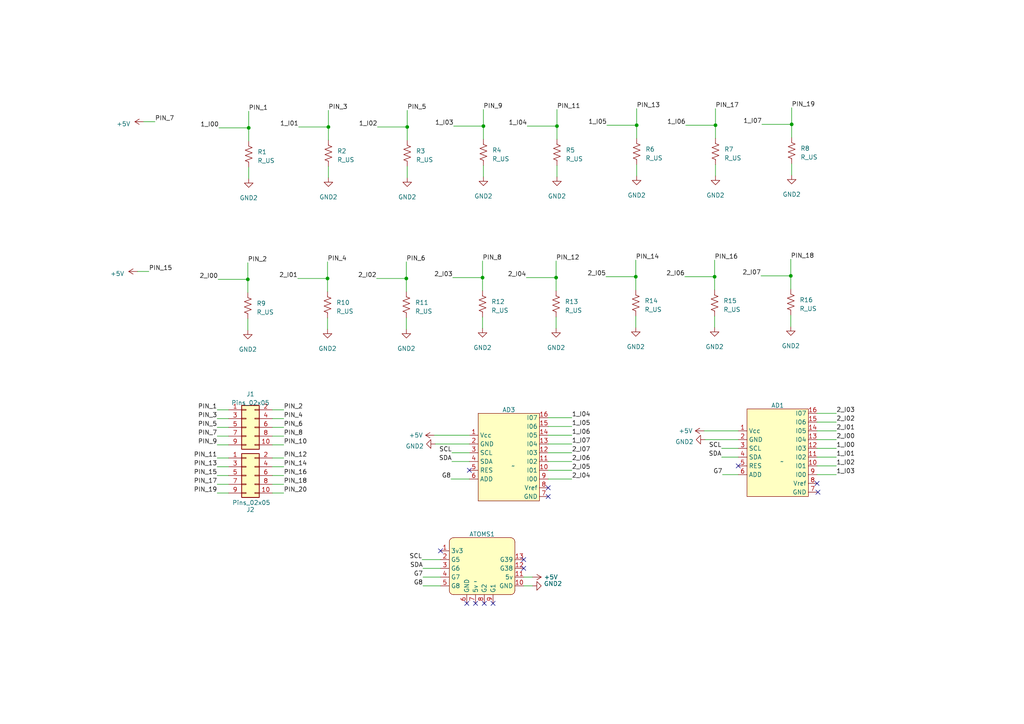
<source format=kicad_sch>
(kicad_sch (version 20230121) (generator eeschema)
  (paper "A4")
  (lib_symbols
    (symbol "ATOM S3:ATOM_S3"
      (property "Reference" "ATOMS3" (at 0 6.35 0))
      (symbol "ATOM_S3_1_1"
        (arc (start -10.16 1.27) (mid -9.788 0.372) (end -8.89 0) (fill (type background)))
        (rectangle (start -10.16 15.24) (end -8.89 1.27) (stroke (width -0.0001)) (fill (type background)))
        (arc (start -8.89 16.51) (mid -9.788 16.138) (end -10.16 15.24) (fill (type background)))
        (rectangle (start -8.89 16.51) (end 7.62 0) (stroke (width -0.0001)) (fill (type background)))
        (polyline (pts (xy -10.16 15.24) (xy -10.16 1.27)) (fill (type background)))
        (polyline (pts (xy -8.89 0) (xy 7.62 0)) (fill (type background)))
        (polyline (pts (xy 7.62 16.51) (xy -8.89 16.51)) (fill (type background)))
        (polyline (pts (xy 8.89 1.27) (xy 8.89 15.24)))
        (arc (start 7.62 0) (mid 8.518 0.372) (end 8.89 1.27) (fill (type background)))
        (rectangle (start 7.62 15.24) (end 8.89 1.27) (stroke (width -0.0001)) (fill (type background)))
        (arc (start 8.89 15.24) (mid 8.518 16.138) (end 7.62 16.51) (fill (type background)))
        (pin input line (at -12.7 12.7 0) (length 2.54) (name "3v3") (number "1"))
        (pin input line (at 11.43 2.54 180) (length 2.54) (name "GND") (number "10"))
        (pin input line (at 11.43 5.08 180) (length 2.54) (name "5v") (number "11"))
        (pin input line (at 11.43 7.62 180) (length 2.54) (name "G38") (number "12"))
        (pin input line (at 11.43 10.16 180) (length 2.54) (name "G39") (number "13"))
        (pin input line (at -12.7 10.16 0) (length 2.54) (name "G5") (number "2"))
        (pin input line (at -12.7 7.62 0) (length 2.54) (name "G6") (number "3"))
        (pin input line (at -12.7 5.08 0) (length 2.54) (name "G7") (number "4"))
        (pin input line (at -12.7 2.54 0) (length 2.54) (name "G8") (number "5"))
        (pin input line (at -5.08 -2.54 90) (length 2.54) (name "GND") (number "6"))
        (pin input line (at -2.54 -2.54 90) (length 2.54) (name "5v") (number "7"))
        (pin input line (at 0 -2.54 90) (length 2.54) (name "G2") (number "8"))
        (pin input line (at 2.54 -2.54 90) (length 2.54) (name "G1") (number "9"))
      )
    )
    (symbol "Device:R_US" (pin_numbers hide) (pin_names (offset 0))
      (property "Reference" "R" (at 2.54 0 90))
      (property "Value" "R_US" (at -2.54 0 90))
      (symbol "R_US_0_1"
        (polyline (pts (xy 0 -2.286) (xy 0 -2.54)))
        (polyline (pts (xy 0 2.286) (xy 0 2.54)))
        (polyline (pts (xy 0 -0.762) (xy 1.016 -1.143) (xy 0 -1.524) (xy -1.016 -1.905) (xy 0 -2.286)))
        (polyline (pts (xy 0 0.762) (xy 1.016 0.381) (xy 0 0) (xy -1.016 -0.381) (xy 0 -0.762)))
        (polyline (pts (xy 0 2.286) (xy 1.016 1.905) (xy 0 1.524) (xy -1.016 1.143) (xy 0 0.762)))
      )
      (symbol "R_US_1_1"
        (pin passive line (at 0 3.81 270) (length 1.27) (name "~") (number "1"))
        (pin passive line (at 0 -3.81 90) (length 1.27) (name "~") (number "2"))
      )
    )
    (symbol "EC_Buying_AD5593_1"
      (property "Reference" "AD5593" (at -1.27 0 0))
      (symbol "EC_Buying_AD5593_1_1_1"
        (rectangle (start -10.16 12.7) (end 7.62 -12.7) (fill (type background)))
        (pin input line (at -12.7 6.35 0) (length 2.54) (name "Vcc") (number "1"))
        (pin input line (at 10.16 -3.81 180) (length 2.54) (name "I01") (number "10"))
        (pin input line (at 10.16 -1.27 180) (length 2.54) (name "I02") (number "11"))
        (pin input line (at 10.16 1.27 180) (length 2.54) (name "I03") (number "12"))
        (pin input line (at 10.16 3.81 180) (length 2.54) (name "I04") (number "13"))
        (pin input line (at 10.16 6.35 180) (length 2.54) (name "I05") (number "14"))
        (pin input line (at 10.16 8.89 180) (length 2.54) (name "I06") (number "15"))
        (pin input line (at 10.16 11.43 180) (length 2.54) (name "I07") (number "16"))
        (pin input line (at -12.7 3.81 0) (length 2.54) (name "GND") (number "2"))
        (pin input line (at -12.7 1.27 0) (length 2.54) (name "SCL") (number "3"))
        (pin input line (at -12.7 -1.27 0) (length 2.54) (name "SDA") (number "4"))
        (pin input line (at -12.7 -3.81 0) (length 2.54) (name "RES") (number "5"))
        (pin input line (at -12.7 -6.35 0) (length 2.54) (name "ADD") (number "6"))
        (pin input line (at 10.16 -11.43 180) (length 2.54) (name "GND") (number "7"))
        (pin input line (at 10.16 -8.89 180) (length 2.54) (name "Vref") (number "8"))
        (pin input line (at 10.16 -6.35 180) (length 2.54) (name "I00") (number "9"))
      )
    )
    (symbol "PCM_4ms_Connector:Pins_02x05_SMT" (pin_names (offset 1.016) hide)
      (property "Reference" "J" (at 0 7.62 0))
      (property "Value" "Pins_02x05_SMT" (at 0 -7.62 0))
      (symbol "Pins_02x05_SMT_1_1"
        (rectangle (start -2.54 -4.953) (end -1.27 -5.207) (stroke (width 0.1524)))
        (rectangle (start -2.54 -2.413) (end -1.27 -2.667) (stroke (width 0.1524)))
        (rectangle (start -2.54 0.127) (end -1.27 -0.127) (stroke (width 0.1524)))
        (rectangle (start -2.54 2.667) (end -1.27 2.413) (stroke (width 0.1524)))
        (rectangle (start -2.54 5.207) (end -1.27 4.953) (stroke (width 0.1524)))
        (rectangle (start -2.54 6.35) (end 2.54 -6.35) (stroke (width 0.254)) (fill (type background)))
        (rectangle (start 2.54 -4.953) (end 1.27 -5.207) (stroke (width 0.1524)))
        (rectangle (start 2.54 -2.413) (end 1.27 -2.667) (stroke (width 0.1524)))
        (rectangle (start 2.54 0.127) (end 1.27 -0.127) (stroke (width 0.1524)))
        (rectangle (start 2.54 2.667) (end 1.27 2.413) (stroke (width 0.1524)))
        (rectangle (start 2.54 5.207) (end 1.27 4.953) (stroke (width 0.1524)))
        (pin passive line (at -6.35 5.08 0) (length 3.81) (name "Pin_1") (number "1"))
        (pin passive line (at 6.35 -5.08 180) (length 3.81) (name "Pin_10") (number "10"))
        (pin passive line (at 6.35 5.08 180) (length 3.81) (name "Pin_2") (number "2"))
        (pin passive line (at -6.35 2.54 0) (length 3.81) (name "Pin_3") (number "3"))
        (pin passive line (at 6.35 2.54 180) (length 3.81) (name "Pin_4") (number "4"))
        (pin passive line (at -6.35 0 0) (length 3.81) (name "Pin_5") (number "5"))
        (pin passive line (at 6.35 0 180) (length 3.81) (name "Pin_6") (number "6"))
        (pin passive line (at -6.35 -2.54 0) (length 3.81) (name "Pin_7") (number "7"))
        (pin passive line (at 6.35 -2.54 180) (length 3.81) (name "Pin_8") (number "8"))
        (pin passive line (at -6.35 -5.08 0) (length 3.81) (name "Pin_9") (number "9"))
      )
    )
    (symbol "PCM_4ms_Power-symbol:GND2" (power) (pin_names (offset 0))
      (property "Value" "GND2" (at 0 -3.81 0))
      (symbol "GND2_0_1"
        (polyline (pts (xy 0 0) (xy 0 -1.27) (xy 1.27 -1.27) (xy 0 -2.54) (xy -1.27 -1.27) (xy 0 -1.27)))
      )
      (symbol "GND2_1_1"
        (pin power_in line (at 0 0 270) (length 0) hide (name "GND2") (number "1"))
      )
    )
    (symbol "power:+5V" (power) (pin_names (offset 0))
      (property "Value" "+5V" (at 0 3.556 0))
      (symbol "+5V_0_1"
        (polyline (pts (xy -0.762 1.27) (xy 0 2.54)))
        (polyline (pts (xy 0 0) (xy 0 2.54)))
        (polyline (pts (xy 0 2.54) (xy 0.762 1.27)))
      )
      (symbol "+5V_1_1"
        (pin power_in line (at 0 0 90) (length 0) hide (name "+5V") (number "1"))
      )
    )
  )
  (junction (at 229.616 36.068))
  (junction (at 72.136 37.084))
  (junction (at 117.856 80.772))
  (junction (at 140.208 36.576))
  (junction (at 184.658 36.322))
  (junction (at 161.544 36.576))
  (junction (at 71.882 81.026))
  (junction (at 95.25 36.83))
  (junction (at 184.404 80.264))
  (junction (at 139.954 80.518))
  (junction (at 207.518 36.322))
  (junction (at 94.996 80.772))
  (junction (at 161.29 80.518))
  (junction (at 229.362 80.01))
  (junction (at 207.264 80.264))
  (junction (at 118.11 36.83))
  (no_connect (at 159.004 144.018))
  (no_connect (at 214.122 135.128))
  (no_connect (at 237.236 142.748))
  (no_connect (at 143.002 175.006))
  (no_connect (at 127.762 159.766))
  (no_connect (at 135.382 175.006))
  (no_connect (at 236.982 140.208))
  (no_connect (at 151.892 162.306))
  (no_connect (at 137.922 175.006))
  (no_connect (at 159.004 141.478))
  (no_connect (at 140.462 175.006))
  (no_connect (at 136.144 136.398))
  (no_connect (at 151.892 164.846))
  (wire (pts (xy 118.11 32.004) (xy 118.11 36.83)))
  (wire (pts (xy 207.518 36.322) (xy 198.882 36.322)))
  (wire (pts (xy 118.11 48.26) (xy 118.11 51.562)))
  (wire (pts (xy 204.216 124.968) (xy 214.122 124.968)))
  (wire (pts (xy 127.762 169.926) (xy 122.682 169.926)))
  (wire (pts (xy 117.856 80.772) (xy 109.22 80.772)))
  (wire (pts (xy 62.992 140.462) (xy 66.294 140.462)))
  (wire (pts (xy 44.958 35.306) (xy 41.656 35.306)))
  (wire (pts (xy 214.122 137.668) (xy 209.55 137.668)))
  (wire (pts (xy 151.892 167.386) (xy 154.432 167.386)))
  (wire (pts (xy 139.954 75.692) (xy 139.954 80.518)))
  (wire (pts (xy 71.882 81.026) (xy 71.882 84.836)))
  (wire (pts (xy 229.616 36.068) (xy 229.616 39.878)))
  (wire (pts (xy 78.994 126.492) (xy 82.296 126.492)))
  (wire (pts (xy 117.856 80.772) (xy 117.856 84.582)))
  (wire (pts (xy 78.994 135.382) (xy 82.296 135.382)))
  (wire (pts (xy 161.544 31.75) (xy 161.544 36.576)))
  (wire (pts (xy 95.25 36.83) (xy 86.614 36.83)))
  (wire (pts (xy 117.856 92.202) (xy 117.856 95.504)))
  (wire (pts (xy 229.362 91.44) (xy 229.362 94.742)))
  (wire (pts (xy 140.208 36.576) (xy 140.208 40.386)))
  (wire (pts (xy 139.954 80.518) (xy 131.318 80.518)))
  (wire (pts (xy 159.004 128.778) (xy 165.862 128.778)))
  (wire (pts (xy 62.992 135.382) (xy 66.294 135.382)))
  (wire (pts (xy 229.362 75.184) (xy 229.362 80.01)))
  (wire (pts (xy 78.994 121.412) (xy 82.296 121.412)))
  (wire (pts (xy 207.264 75.438) (xy 207.264 80.264)))
  (wire (pts (xy 78.994 129.032) (xy 82.296 129.032)))
  (wire (pts (xy 161.29 91.948) (xy 161.29 95.25)))
  (wire (pts (xy 184.658 36.322) (xy 176.022 36.322)))
  (wire (pts (xy 236.982 119.888) (xy 242.57 119.888)))
  (wire (pts (xy 207.518 47.752) (xy 207.518 51.054)))
  (wire (pts (xy 122.428 162.306) (xy 127.762 162.306)))
  (wire (pts (xy 184.658 31.496) (xy 184.658 36.322)))
  (wire (pts (xy 140.208 36.576) (xy 131.572 36.576)))
  (wire (pts (xy 78.994 143.002) (xy 82.296 143.002)))
  (wire (pts (xy 209.296 132.588) (xy 214.122 132.588)))
  (wire (pts (xy 236.982 130.048) (xy 242.57 130.048)))
  (wire (pts (xy 207.264 91.694) (xy 207.264 94.996)))
  (wire (pts (xy 236.982 122.428) (xy 242.57 122.428)))
  (wire (pts (xy 122.682 164.846) (xy 127.762 164.846)))
  (wire (pts (xy 229.362 80.01) (xy 220.726 80.01)))
  (wire (pts (xy 78.994 123.952) (xy 82.296 123.952)))
  (wire (pts (xy 236.982 124.968) (xy 242.57 124.968)))
  (wire (pts (xy 94.996 75.946) (xy 94.996 80.772)))
  (wire (pts (xy 229.616 31.242) (xy 229.616 36.068)))
  (wire (pts (xy 207.518 36.322) (xy 207.518 40.132)))
  (wire (pts (xy 161.544 36.576) (xy 161.544 40.386)))
  (wire (pts (xy 118.11 36.83) (xy 109.474 36.83)))
  (wire (pts (xy 126.238 128.778) (xy 136.144 128.778)))
  (wire (pts (xy 159.004 131.318) (xy 165.862 131.318)))
  (wire (pts (xy 209.296 130.048) (xy 214.122 130.048)))
  (wire (pts (xy 229.362 80.01) (xy 229.362 83.82)))
  (wire (pts (xy 229.616 47.498) (xy 229.616 50.8)))
  (wire (pts (xy 72.136 32.258) (xy 72.136 37.084)))
  (wire (pts (xy 72.136 37.084) (xy 63.5 37.084)))
  (wire (pts (xy 95.25 36.83) (xy 95.25 40.64)))
  (wire (pts (xy 207.264 80.264) (xy 207.264 84.074)))
  (wire (pts (xy 71.882 92.456) (xy 71.882 95.758)))
  (wire (pts (xy 118.11 36.83) (xy 118.11 40.64)))
  (wire (pts (xy 95.25 48.26) (xy 95.25 51.562)))
  (wire (pts (xy 66.294 121.412) (xy 62.992 121.412)))
  (wire (pts (xy 136.144 138.938) (xy 130.81 138.938)))
  (wire (pts (xy 236.982 127.508) (xy 242.57 127.508)))
  (wire (pts (xy 94.996 80.772) (xy 94.996 84.582)))
  (wire (pts (xy 159.004 136.398) (xy 165.862 136.398)))
  (wire (pts (xy 184.404 80.264) (xy 184.404 84.074)))
  (wire (pts (xy 184.658 47.752) (xy 184.658 51.054)))
  (wire (pts (xy 184.404 75.438) (xy 184.404 80.264)))
  (wire (pts (xy 159.004 121.158) (xy 165.862 121.158)))
  (wire (pts (xy 184.658 36.322) (xy 184.658 40.132)))
  (wire (pts (xy 159.004 133.858) (xy 165.862 133.858)))
  (wire (pts (xy 236.982 135.128) (xy 242.57 135.128)))
  (wire (pts (xy 78.994 118.872) (xy 82.296 118.872)))
  (wire (pts (xy 151.892 169.926) (xy 154.432 169.926)))
  (wire (pts (xy 236.982 132.588) (xy 242.57 132.588)))
  (wire (pts (xy 117.856 75.946) (xy 117.856 80.772)))
  (wire (pts (xy 161.29 75.692) (xy 161.29 80.518)))
  (wire (pts (xy 236.982 137.668) (xy 242.57 137.668)))
  (wire (pts (xy 62.992 126.492) (xy 66.294 126.492)))
  (wire (pts (xy 62.992 118.872) (xy 66.294 118.872)))
  (wire (pts (xy 94.996 80.772) (xy 86.36 80.772)))
  (wire (pts (xy 159.004 126.238) (xy 165.862 126.238)))
  (wire (pts (xy 139.954 80.518) (xy 139.954 84.328)))
  (wire (pts (xy 140.208 31.75) (xy 140.208 36.576)))
  (wire (pts (xy 131.064 133.858) (xy 136.144 133.858)))
  (wire (pts (xy 161.29 80.518) (xy 161.29 84.328)))
  (wire (pts (xy 204.47 127.508) (xy 214.122 127.508)))
  (wire (pts (xy 71.882 81.026) (xy 63.246 81.026)))
  (wire (pts (xy 62.992 137.922) (xy 66.294 137.922)))
  (wire (pts (xy 78.994 132.842) (xy 82.296 132.842)))
  (wire (pts (xy 184.404 91.694) (xy 184.404 94.996)))
  (wire (pts (xy 161.29 80.518) (xy 152.654 80.518)))
  (wire (pts (xy 159.004 138.938) (xy 165.862 138.938)))
  (wire (pts (xy 62.992 123.952) (xy 66.294 123.952)))
  (wire (pts (xy 62.992 143.002) (xy 66.294 143.002)))
  (wire (pts (xy 71.882 76.2) (xy 71.882 81.026)))
  (wire (pts (xy 72.136 48.514) (xy 72.136 51.816)))
  (wire (pts (xy 207.518 31.496) (xy 207.518 36.322)))
  (wire (pts (xy 229.616 36.068) (xy 220.98 36.068)))
  (wire (pts (xy 78.994 140.462) (xy 82.296 140.462)))
  (wire (pts (xy 125.984 126.238) (xy 136.144 126.238)))
  (wire (pts (xy 62.992 129.032) (xy 66.294 129.032)))
  (wire (pts (xy 43.18 78.74) (xy 39.878 78.74)))
  (wire (pts (xy 161.544 36.576) (xy 152.908 36.576)))
  (wire (pts (xy 184.404 80.264) (xy 175.768 80.264)))
  (wire (pts (xy 122.682 167.386) (xy 127.762 167.386)))
  (wire (pts (xy 78.994 137.922) (xy 82.296 137.922)))
  (wire (pts (xy 94.996 92.202) (xy 94.996 95.504)))
  (wire (pts (xy 62.992 132.842) (xy 66.294 132.842)))
  (wire (pts (xy 95.25 32.004) (xy 95.25 36.83)))
  (wire (pts (xy 159.004 123.698) (xy 165.862 123.698)))
  (wire (pts (xy 139.954 91.948) (xy 139.954 95.25)))
  (wire (pts (xy 207.264 80.264) (xy 198.628 80.264)))
  (wire (pts (xy 131.064 131.318) (xy 136.144 131.318)))
  (wire (pts (xy 161.544 48.006) (xy 161.544 51.308)))
  (wire (pts (xy 140.208 48.006) (xy 140.208 51.308)))
  (wire (pts (xy 72.136 37.084) (xy 72.136 40.894)))
  (label "PIN_6" (at 82.296 123.952 0))
  (label "SDA" (at 209.296 132.588 180))
  (label "2_I00" (at 242.57 127.508 0))
  (label "1_I07" (at 165.862 128.778 0))
  (label "2_I02" (at 242.57 122.428 0))
  (label "PIN_20" (at 82.296 143.002 0))
  (label "1_I01" (at 242.57 132.588 0))
  (label "PIN_6" (at 117.856 75.946 0))
  (label "1_I07" (at 220.98 36.068 180))
  (label "PIN_18" (at 229.362 75.184 0))
  (label "1_I02" (at 109.474 36.83 180))
  (label "PIN_19" (at 62.992 143.002 180))
  (label "PIN_1" (at 62.992 118.872 180))
  (label "1_I03" (at 242.57 137.668 0))
  (label "PIN_8" (at 82.296 126.492 0))
  (label "PIN_17" (at 207.518 31.496 0))
  (label "PIN_7" (at 44.958 35.306 0))
  (label "2_I01" (at 86.36 80.772 180))
  (label "PIN_4" (at 82.296 121.412 0))
  (label "2_I00" (at 63.246 81.026 180))
  (label "SCL" (at 209.296 130.048 180))
  (label "2_I04" (at 165.862 138.938 0))
  (label "PIN_10" (at 82.296 129.032 0))
  (label "2_I03" (at 131.318 80.518 180))
  (label "1_I05" (at 176.022 36.322 180))
  (label "1_I00" (at 63.5 37.084 180))
  (label "2_I07" (at 220.726 80.01 180))
  (label "PIN_13" (at 184.658 31.496 0))
  (label "PIN_4" (at 94.996 75.946 0))
  (label "1_I04" (at 152.908 36.576 180))
  (label "PIN_18" (at 82.296 140.462 0))
  (label "PIN_11" (at 161.544 31.75 0))
  (label "PIN_15" (at 62.992 137.922 180))
  (label "1_I05" (at 165.862 123.698 0))
  (label "G8" (at 122.682 169.926 180))
  (label "1_I02" (at 242.57 135.128 0))
  (label "2_I03" (at 242.57 119.888 0))
  (label "PIN_14" (at 184.404 75.438 0))
  (label "PIN_5" (at 118.11 32.004 0))
  (label "PIN_12" (at 161.29 75.692 0))
  (label "1_I06" (at 165.862 126.238 0))
  (label "G7" (at 122.682 167.386 180))
  (label "1_I01" (at 86.614 36.83 180))
  (label "PIN_5" (at 62.992 123.952 180))
  (label "PIN_1" (at 72.136 32.258 0))
  (label "SDA" (at 122.682 164.846 180))
  (label "SCL" (at 122.428 162.306 180))
  (label "PIN_14" (at 82.296 135.382 0))
  (label "PIN_3" (at 95.25 32.004 0))
  (label "PIN_8" (at 139.954 75.692 0))
  (label "1_I06" (at 198.882 36.322 180))
  (label "1_I00" (at 242.57 130.048 0))
  (label "PIN_16" (at 82.296 137.922 0))
  (label "G7" (at 209.55 137.668 180))
  (label "PIN_12" (at 82.296 132.842 0))
  (label "SCL" (at 131.064 131.318 180))
  (label "PIN_13" (at 62.992 135.382 180))
  (label "2_I06" (at 198.628 80.264 180))
  (label "2_I04" (at 152.654 80.518 180))
  (label "PIN_9" (at 62.992 129.032 180))
  (label "PIN_17" (at 62.992 140.462 180))
  (label "2_I02" (at 109.22 80.772 180))
  (label "PIN_15" (at 43.18 78.74 0))
  (label "SDA" (at 131.064 133.858 180))
  (label "2_I07" (at 165.862 131.318 0))
  (label "PIN_3" (at 62.992 121.412 180))
  (label "PIN_9" (at 140.208 31.75 0))
  (label "1_I04" (at 165.862 121.158 0))
  (label "PIN_2" (at 82.296 118.872 0))
  (label "PIN_7" (at 62.992 126.492 180))
  (label "2_I05" (at 165.862 136.398 0))
  (label "G8" (at 130.81 138.938 180))
  (label "PIN_19" (at 229.616 31.242 0))
  (label "1_I03" (at 131.572 36.576 180))
  (label "2_I06" (at 165.862 133.858 0))
  (label "PIN_11" (at 62.992 132.842 180))
  (label "PIN_2" (at 71.882 76.2 0))
  (label "2_I01" (at 242.57 124.968 0))
  (label "PIN_16" (at 207.264 75.438 0))
  (label "2_I05" (at 175.768 80.264 180))
  (symbol (lib_id "Device:R_US") (at 184.404 87.884 0) (unit 1)
    (property "Reference" "R14" (at 186.944 87.249 0) (effects (justify left)))
    (property "Value" "R_US" (at 186.944 89.789 0) (effects (justify left)))
    (property "Footprint" "PCM_4ms_Resistor:R_0805_2012Metric" (effects hide))
  )
  (symbol (lib_id "PCM_4ms_Power-symbol:GND2") (at 126.238 128.778 270) (unit 1)
    (property "Reference" "#PWR021" (effects hide))
    (property "Value" "GND2" (at 122.936 129.413 90) (effects (justify right)))
  )
  (symbol (lib_id "Device:R_US") (at 139.954 88.138 0) (unit 1)
    (property "Reference" "R12" (at 142.494 87.503 0) (effects (justify left)))
    (property "Value" "R_US" (at 142.494 90.043 0) (effects (justify left)))
    (property "Footprint" "PCM_4ms_Resistor:R_0805_2012Metric" (effects hide))
  )
  (symbol (lib_id "Device:R_US") (at 94.996 88.392 0) (unit 1)
    (property "Reference" "R10" (at 97.536 87.757 0) (effects (justify left)))
    (property "Value" "R_US" (at 97.536 90.297 0) (effects (justify left)))
    (property "Footprint" "PCM_4ms_Resistor:R_0805_2012Metric" (effects hide))
  )
  (symbol (lib_id "PCM_4ms_Power-symbol:GND2") (at 184.404 94.996 0) (unit 1)
    (property "Reference" "#PWR028" (effects hide))
    (property "Value" "GND2" (at 184.404 100.584 0))
  )
  (symbol (lib_id "power:+5V") (at 154.432 167.386 270) (unit 1)
    (property "Reference" "#PWR07" (effects hide))
    (property "Value" "+5V" (at 157.734 167.386 90) (effects (justify left)))
  )
  (symbol (lib_id "PCM_4ms_Power-symbol:GND2") (at 229.616 50.8 0) (unit 1)
    (property "Reference" "#PWR016" (effects hide))
    (property "Value" "GND2" (at 229.616 56.388 0))
  )
  (symbol (lib_id "PCM_4ms_Connector:Pins_02x05_SMT") (at 72.644 137.922 0) (unit 1)
    (property "Reference" "J2" (at 72.644 147.828 0))
    (property "Value" "Pins_02x05" (at 72.898 145.796 0))
    (property "Footprint" "PCM_4ms_Connector:Pins_2x05_2.54mm_TH" (effects hide))
    (property "Datasheet" "https://www.mouser.com/datasheet/2/527/ftsh_smt-1316912.pdf" (effects hide))
    (property "Specifications" "Header 2x5 Pins, Pitch=1.27mm, Pin Height=3mm, Vertical, SMT" (effects hide))
    (property "Manufacturer" "Samtec" (effects hide))
    (property "Part Number" "FTSH-105-01-F-DV" (effects hide))
  )
  (symbol (lib_name "EC_Buying_AD5593_1") (lib_id "EC_Buying_AD5593:EC_Buying_AD5593") (at 226.822 131.318 0) (unit 1)
    (property "Reference" "AD1" (at 225.552 117.602 0))
    (property "Value" "~" (at 226.822 133.858 0))
    (property "Footprint" "EC_Buying_AD5593:EC Buying AD5593" (effects hide))
  )
  (symbol (lib_id "PCM_4ms_Power-symbol:GND2") (at 229.362 94.742 0) (unit 1)
    (property "Reference" "#PWR032" (effects hide))
    (property "Value" "GND2" (at 229.362 100.33 0))
  )
  (symbol (lib_id "Device:R_US") (at 161.544 44.196 0) (unit 1)
    (property "Reference" "R5" (at 164.084 43.561 0) (effects (justify left)))
    (property "Value" "R_US" (at 164.084 46.101 0) (effects (justify left)))
    (property "Footprint" "PCM_4ms_Resistor:R_0805_2012Metric" (effects hide))
  )
  (symbol (lib_id "Device:R_US") (at 72.136 44.704 0) (unit 1)
    (property "Reference" "R1" (at 74.676 44.069 0) (effects (justify left)))
    (property "Value" "R_US" (at 74.676 46.609 0) (effects (justify left)))
    (property "Footprint" "PCM_4ms_Resistor:R_0805_2012Metric" (effects hide))
  )
  (symbol (lib_id "power:+5V") (at 125.984 126.238 90) (unit 1)
    (property "Reference" "#PWR019" (effects hide))
    (property "Value" "+5V" (at 122.682 126.238 90) (effects (justify left)))
  )
  (symbol (lib_id "PCM_4ms_Power-symbol:GND2") (at 95.25 51.562 0) (unit 1)
    (property "Reference" "#PWR04" (effects hide))
    (property "Value" "GND2" (at 95.25 57.15 0))
  )
  (symbol (lib_id "PCM_4ms_Power-symbol:GND2") (at 71.882 95.758 0) (unit 1)
    (property "Reference" "#PWR018" (effects hide))
    (property "Value" "GND2" (at 71.882 101.346 0))
  )
  (symbol (lib_id "PCM_4ms_Power-symbol:GND2") (at 161.29 95.25 0) (unit 1)
    (property "Reference" "#PWR026" (effects hide))
    (property "Value" "GND2" (at 161.29 100.838 0))
  )
  (symbol (lib_id "PCM_4ms_Power-symbol:GND2") (at 184.658 51.054 0) (unit 1)
    (property "Reference" "#PWR012" (effects hide))
    (property "Value" "GND2" (at 184.658 56.642 0))
  )
  (symbol (lib_id "PCM_4ms_Power-symbol:GND2") (at 94.996 95.504 0) (unit 1)
    (property "Reference" "#PWR020" (effects hide))
    (property "Value" "GND2" (at 94.996 101.092 0))
  )
  (symbol (lib_id "Device:R_US") (at 140.208 44.196 0) (unit 1)
    (property "Reference" "R4" (at 142.748 43.561 0) (effects (justify left)))
    (property "Value" "R_US" (at 142.748 46.101 0) (effects (justify left)))
    (property "Footprint" "PCM_4ms_Resistor:R_0805_2012Metric" (effects hide))
  )
  (symbol (lib_id "power:+5V") (at 204.216 124.968 90) (unit 1)
    (property "Reference" "#PWR09" (effects hide))
    (property "Value" "+5V" (at 200.914 124.968 90) (effects (justify left)))
  )
  (symbol (lib_id "PCM_4ms_Power-symbol:GND2") (at 207.264 94.996 0) (unit 1)
    (property "Reference" "#PWR030" (effects hide))
    (property "Value" "GND2" (at 207.264 100.584 0))
  )
  (symbol (lib_id "ATOM S3:ATOM_S3") (at 140.462 172.466 0) (unit 1)
    (property "Reference" "ATOMS1" (at 139.827 154.94 0))
    (property "Value" "~" (at 137.922 168.656 0))
    (property "Footprint" "ATOM_S3:ATOM_S3" (effects hide))
  )
  (symbol (lib_id "PCM_4ms_Power-symbol:GND2") (at 118.11 51.562 0) (unit 1)
    (property "Reference" "#PWR06" (effects hide))
    (property "Value" "GND2" (at 118.11 57.15 0))
  )
  (symbol (lib_id "Device:R_US") (at 161.29 88.138 0) (unit 1)
    (property "Reference" "R13" (at 163.83 87.503 0) (effects (justify left)))
    (property "Value" "R_US" (at 163.83 90.043 0) (effects (justify left)))
    (property "Footprint" "PCM_4ms_Resistor:R_0805_2012Metric" (effects hide))
  )
  (symbol (lib_id "PCM_4ms_Power-symbol:GND2") (at 140.208 51.308 0) (unit 1)
    (property "Reference" "#PWR08" (effects hide))
    (property "Value" "GND2" (at 140.208 56.896 0))
  )
  (symbol (lib_id "Device:R_US") (at 184.658 43.942 0) (unit 1)
    (property "Reference" "R6" (at 187.198 43.307 0) (effects (justify left)))
    (property "Value" "R_US" (at 187.198 45.847 0) (effects (justify left)))
    (property "Footprint" "PCM_4ms_Resistor:R_0805_2012Metric" (effects hide))
  )
  (symbol (lib_name "EC_Buying_AD5593_1") (lib_id "EC_Buying_AD5593:EC_Buying_AD5593") (at 148.844 132.588 0) (unit 1)
    (property "Reference" "AD3" (at 147.574 118.872 0))
    (property "Value" "~" (at 148.844 135.128 0))
    (property "Footprint" "EC_Buying_AD5593:EC Buying AD5593" (effects hide))
  )
  (symbol (lib_id "power:+5V") (at 41.656 35.306 90) (unit 1)
    (property "Reference" "#PWR01" (effects hide))
    (property "Value" "+5V" (at 37.846 35.941 90) (effects (justify left)))
  )
  (symbol (lib_id "Device:R_US") (at 118.11 44.45 0) (unit 1)
    (property "Reference" "R3" (at 120.65 43.815 0) (effects (justify left)))
    (property "Value" "R_US" (at 120.65 46.355 0) (effects (justify left)))
    (property "Footprint" "PCM_4ms_Resistor:R_0805_2012Metric" (effects hide))
  )
  (symbol (lib_id "power:+5V") (at 39.878 78.74 90) (unit 1)
    (property "Reference" "#PWR017" (effects hide))
    (property "Value" "+5V" (at 36.068 79.375 90) (effects (justify left)))
  )
  (symbol (lib_id "Device:R_US") (at 71.882 88.646 0) (unit 1)
    (property "Reference" "R9" (at 74.422 88.011 0) (effects (justify left)))
    (property "Value" "R_US" (at 74.422 90.551 0) (effects (justify left)))
    (property "Footprint" "PCM_4ms_Resistor:R_0805_2012Metric" (effects hide))
  )
  (symbol (lib_id "PCM_4ms_Connector:Pins_02x05_SMT") (at 72.644 123.952 0) (unit 1)
    (property "Reference" "J1" (at 72.644 114.3 0))
    (property "Value" "Pins_02x05" (at 72.644 116.84 0))
    (property "Footprint" "PCM_4ms_Connector:Pins_2x05_2.54mm_TH" (effects hide))
    (property "Datasheet" "https://www.mouser.com/datasheet/2/527/ftsh_smt-1316912.pdf" (effects hide))
    (property "Specifications" "Header 2x5 Pins, Pitch=1.27mm, Pin Height=3mm, Vertical, SMT" (effects hide))
    (property "Manufacturer" "Samtec" (effects hide))
    (property "Part Number" "FTSH-105-01-F-DV" (effects hide))
  )
  (symbol (lib_id "Device:R_US") (at 229.362 87.63 0) (unit 1)
    (property "Reference" "R16" (at 231.902 86.995 0) (effects (justify left)))
    (property "Value" "R_US" (at 231.902 89.535 0) (effects (justify left)))
    (property "Footprint" "PCM_4ms_Resistor:R_0805_2012Metric" (effects hide))
  )
  (symbol (lib_id "PCM_4ms_Power-symbol:GND2") (at 117.856 95.504 0) (unit 1)
    (property "Reference" "#PWR022" (effects hide))
    (property "Value" "GND2" (at 117.856 101.092 0))
  )
  (symbol (lib_id "PCM_4ms_Power-symbol:GND2") (at 139.954 95.25 0) (unit 1)
    (property "Reference" "#PWR024" (effects hide))
    (property "Value" "GND2" (at 139.954 100.838 0))
  )
  (symbol (lib_id "Device:R_US") (at 207.518 43.942 0) (unit 1)
    (property "Reference" "R7" (at 210.058 43.307 0) (effects (justify left)))
    (property "Value" "R_US" (at 210.058 45.847 0) (effects (justify left)))
    (property "Footprint" "PCM_4ms_Resistor:R_0805_2012Metric" (effects hide))
  )
  (symbol (lib_id "Device:R_US") (at 229.616 43.688 0) (unit 1)
    (property "Reference" "R8" (at 232.156 43.053 0) (effects (justify left)))
    (property "Value" "R_US" (at 232.156 45.593 0) (effects (justify left)))
    (property "Footprint" "PCM_4ms_Resistor:R_0805_2012Metric" (effects hide))
  )
  (symbol (lib_id "Device:R_US") (at 95.25 44.45 0) (unit 1)
    (property "Reference" "R2" (at 97.79 43.815 0) (effects (justify left)))
    (property "Value" "R_US" (at 97.79 46.355 0) (effects (justify left)))
    (property "Footprint" "PCM_4ms_Resistor:R_0805_2012Metric" (effects hide))
  )
  (symbol (lib_id "PCM_4ms_Power-symbol:GND2") (at 154.432 169.926 90) (unit 1)
    (property "Reference" "#PWR03" (effects hide))
    (property "Value" "GND2" (at 157.734 169.291 90) (effects (justify right)))
  )
  (symbol (lib_id "PCM_4ms_Power-symbol:GND2") (at 72.136 51.816 0) (unit 1)
    (property "Reference" "#PWR02" (effects hide))
    (property "Value" "GND2" (at 72.136 57.404 0))
  )
  (symbol (lib_id "PCM_4ms_Power-symbol:GND2") (at 207.518 51.054 0) (unit 1)
    (property "Reference" "#PWR014" (effects hide))
    (property "Value" "GND2" (at 207.518 56.642 0))
  )
  (symbol (lib_id "Device:R_US") (at 117.856 88.392 0) (unit 1)
    (property "Reference" "R11" (at 120.396 87.757 0) (effects (justify left)))
    (property "Value" "R_US" (at 120.396 90.297 0) (effects (justify left)))
    (property "Footprint" "PCM_4ms_Resistor:R_0805_2012Metric" (effects hide))
  )
  (symbol (lib_id "Device:R_US") (at 207.264 87.884 0) (unit 1)
    (property "Reference" "R15" (at 209.804 87.249 0) (effects (justify left)))
    (property "Value" "R_US" (at 209.804 89.789 0) (effects (justify left)))
    (property "Footprint" "PCM_4ms_Resistor:R_0805_2012Metric" (effects hide))
  )
  (symbol (lib_id "PCM_4ms_Power-symbol:GND2") (at 204.47 127.508 270) (unit 1)
    (property "Reference" "#PWR011" (effects hide))
    (property "Value" "GND2" (at 201.168 128.143 90) (effects (justify right)))
  )
  (symbol (lib_id "PCM_4ms_Power-symbol:GND2") (at 161.544 51.308 0) (unit 1)
    (property "Reference" "#PWR010" (effects hide))
    (property "Value" "GND2" (at 161.544 56.896 0))
  )
)
</source>
